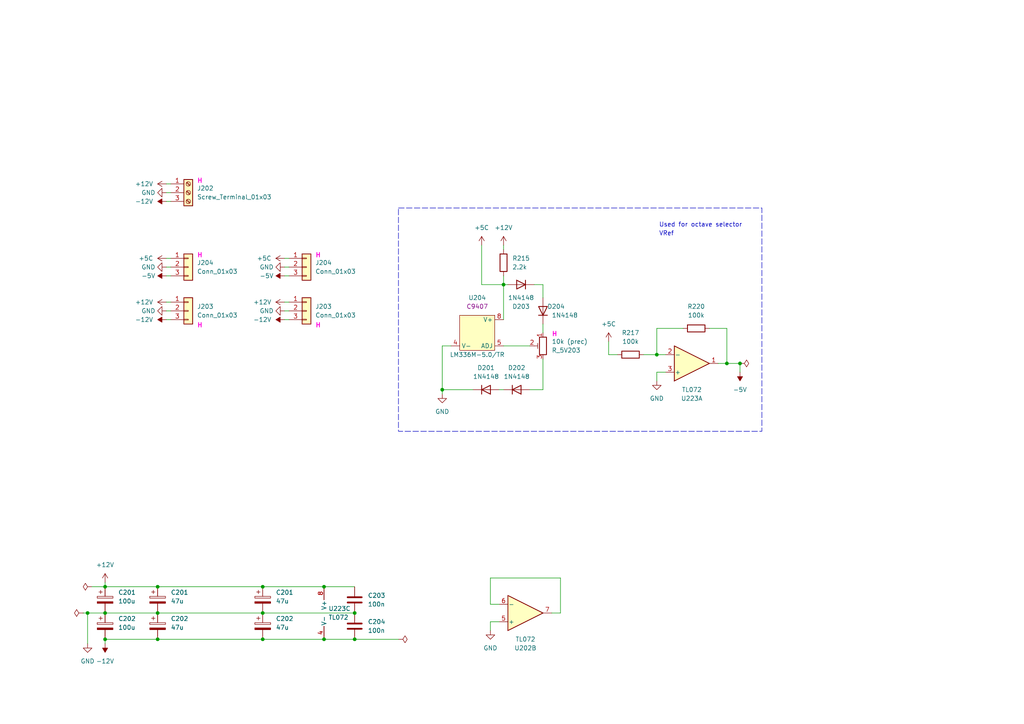
<source format=kicad_sch>
(kicad_sch (version 20231120) (generator "eeschema") (generator_version "8.0")
  (paper "A4")
  (title_block (title "Power"))
  (lib_symbols
    (symbol "Amplifier_Operational:TL072" (pin_names (offset 0.127))
      (property "Reference" "U" (at 0 5.08 0))
      (property "Value" "TL072" (at 0 -5.08 0))
      (symbol "TL072_1_1"
        (polyline (pts (xy -5.08 5.08) (xy 5.08 0) (xy -5.08 -5.08) (xy -5.08 5.08)) (stroke (width 0.254)) (fill (type background)))
        (pin output line (at 7.62 0 180) (length 2.54) (name "~") (number "1"))
        (pin input line (at -7.62 -2.54 0) (length 2.54) (name "-") (number "2"))
        (pin input line (at -7.62 2.54 0) (length 2.54) (name "+") (number "3"))
      )
      (symbol "TL072_2_1"
        (polyline (pts (xy -5.08 5.08) (xy 5.08 0) (xy -5.08 -5.08) (xy -5.08 5.08)) (stroke (width 0.254)) (fill (type background)))
        (pin input line (at -7.62 2.54 0) (length 2.54) (name "+") (number "5"))
        (pin input line (at -7.62 -2.54 0) (length 2.54) (name "-") (number "6"))
        (pin output line (at 7.62 0 180) (length 2.54) (name "~") (number "7"))
      )
      (symbol "TL072_3_1"
        (pin power_in line (at -2.54 -7.62 90) (length 3.81) (name "V-") (number "4"))
        (pin power_in line (at -2.54 7.62 270) (length 3.81) (name "V+") (number "8"))
      )
    )
    (symbol "Connector:Screw_Terminal_01x03" (pin_names (offset 1.016) hide)
      (property "Reference" "J" (at 0 5.08 0))
      (property "Value" "Screw_Terminal_01x03" (at 0 -5.08 0))
      (symbol "Screw_Terminal_01x03_1_1"
        (rectangle (start -1.27 3.81) (end 1.27 -3.81) (stroke (width 0.254)) (fill (type background)))
        (circle (center 0 -2.54) (radius 0.635) (stroke (width 0.1524)))
        (polyline (pts (xy -0.5334 -2.2098) (xy 0.3302 -3.048)) (stroke (width 0.1524)))
        (polyline (pts (xy -0.5334 0.3302) (xy 0.3302 -0.508)) (stroke (width 0.1524)))
        (polyline (pts (xy -0.5334 2.8702) (xy 0.3302 2.032)) (stroke (width 0.1524)))
        (polyline (pts (xy -0.3556 -2.032) (xy 0.508 -2.8702)) (stroke (width 0.1524)))
        (polyline (pts (xy -0.3556 0.508) (xy 0.508 -0.3302)) (stroke (width 0.1524)))
        (polyline (pts (xy -0.3556 3.048) (xy 0.508 2.2098)) (stroke (width 0.1524)))
        (circle (center 0 0) (radius 0.635) (stroke (width 0.1524)))
        (circle (center 0 2.54) (radius 0.635) (stroke (width 0.1524)))
        (pin passive line (at -5.08 2.54 0) (length 3.81) (name "Pin_1") (number "1"))
        (pin passive line (at -5.08 0 0) (length 3.81) (name "Pin_2") (number "2"))
        (pin passive line (at -5.08 -2.54 0) (length 3.81) (name "Pin_3") (number "3"))
      )
    )
    (symbol "Connector_Generic:Conn_01x03" (pin_names (offset 1.016) hide)
      (property "Reference" "J" (at 0 5.08 0))
      (property "Value" "Conn_01x03" (at 0 -5.08 0))
      (symbol "Conn_01x03_1_1"
        (rectangle (start -1.27 -2.413) (end 0 -2.667) (stroke (width 0.1524)))
        (rectangle (start -1.27 0.127) (end 0 -0.127) (stroke (width 0.1524)))
        (rectangle (start -1.27 2.667) (end 0 2.413) (stroke (width 0.1524)))
        (rectangle (start -1.27 3.81) (end 1.27 -3.81) (stroke (width 0.254)) (fill (type background)))
        (pin passive line (at -5.08 2.54 0) (length 3.81) (name "Pin_1") (number "1"))
        (pin passive line (at -5.08 0 0) (length 3.81) (name "Pin_2") (number "2"))
        (pin passive line (at -5.08 -2.54 0) (length 3.81) (name "Pin_3") (number "3"))
      )
    )
    (symbol "Device:C" (pin_numbers hide) (pin_names (offset 0.254))
      (property "Reference" "C" (at 0.635 2.54 0))
      (property "Value" "C" (at 0.635 -2.54 0))
      (symbol "C_0_1"
        (polyline (pts (xy -2.032 -0.762) (xy 2.032 -0.762)) (stroke (width 0.508)))
        (polyline (pts (xy -2.032 0.762) (xy 2.032 0.762)) (stroke (width 0.508)))
      )
      (symbol "C_1_1"
        (pin passive line (at 0 3.81 270) (length 2.794) (name "~") (number "1"))
        (pin passive line (at 0 -3.81 90) (length 2.794) (name "~") (number "2"))
      )
    )
    (symbol "Device:C_Polarized" (pin_numbers hide) (pin_names (offset 0.254))
      (property "Reference" "C" (at 0.635 2.54 0))
      (property "Value" "C_Polarized" (at 0.635 -2.54 0))
      (symbol "C_Polarized_0_1"
        (rectangle (start -2.286 0.508) (end 2.286 1.016))
        (polyline (pts (xy -1.778 2.286) (xy -0.762 2.286)))
        (polyline (pts (xy -1.27 2.794) (xy -1.27 1.778)))
        (rectangle (start 2.286 -0.508) (end -2.286 -1.016) (fill (type outline)))
      )
      (symbol "C_Polarized_1_1"
        (pin passive line (at 0 3.81 270) (length 2.794) (name "~") (number "1"))
        (pin passive line (at 0 -3.81 90) (length 2.794) (name "~") (number "2"))
      )
    )
    (symbol "Device:D" (pin_numbers hide) (pin_names (offset 1.016) hide)
      (property "Reference" "D" (at 0 2.54 0))
      (property "Value" "D" (at 0 -2.54 0))
      (symbol "D_0_1"
        (polyline (pts (xy -1.27 1.27) (xy -1.27 -1.27)) (stroke (width 0.254)))
        (polyline (pts (xy 1.27 0) (xy -1.27 0)))
        (polyline (pts (xy 1.27 1.27) (xy 1.27 -1.27) (xy -1.27 0) (xy 1.27 1.27)) (stroke (width 0.254)))
      )
      (symbol "D_1_1"
        (pin passive line (at -3.81 0 0) (length 2.54) (name "K") (number "1"))
        (pin passive line (at 3.81 0 180) (length 2.54) (name "A") (number "2"))
      )
    )
    (symbol "Device:R" (pin_numbers hide) (pin_names (offset 0))
      (property "Reference" "R" (at 2.032 0 90))
      (property "Value" "R" (at 0 0 90))
      (symbol "R_0_1"
        (rectangle (start -1.016 -2.54) (end 1.016 2.54) (stroke (width 0.254)))
      )
      (symbol "R_1_1"
        (pin passive line (at 0 3.81 270) (length 1.27) (name "~") (number "1"))
        (pin passive line (at 0 -3.81 90) (length 1.27) (name "~") (number "2"))
      )
    )
    (symbol "Device:R_Potentiometer_Trim" (pin_names (offset 1.016) hide)
      (property "Reference" "RV" (at -4.445 0 90))
      (property "Value" "R_Potentiometer_Trim" (at -2.54 0 90))
      (symbol "R_Potentiometer_Trim_0_1"
        (polyline (pts (xy 1.524 0.762) (xy 1.524 -0.762)))
        (polyline (pts (xy 2.54 0) (xy 1.524 0)))
        (rectangle (start 1.016 2.54) (end -1.016 -2.54) (stroke (width 0.254)))
      )
      (symbol "R_Potentiometer_Trim_1_1"
        (pin passive line (at 0 3.81 270) (length 1.27) (name "1") (number "1"))
        (pin passive line (at 3.81 0 180) (length 1.27) (name "2") (number "2"))
        (pin passive line (at 0 -3.81 90) (length 1.27) (name "3") (number "3"))
      )
    )
    (symbol "Shmoergh-Custom-Components:LM336M-5.0/TR"
      (property "Reference" "U" (at 0 6.35 0))
      (property "Value" "LM336M-5.0/TR" (at 0 -6.35 0))
      (property "LCSC" "C910871" (at 0 0 0))
      (symbol "LM336M-5.0/TR_1_1"
        (rectangle (start -5.08 5.08) (end 5.08 -5.08) (fill (type background)))
        (pin no_connect line (at -7.62 3.81 0) (length 2.54) hide (name "NC") (number "1"))
        (pin no_connect line (at -7.62 1.27 0) (length 2.54) hide (name "NC") (number "2"))
        (pin no_connect line (at -7.62 -1.27 0) (length 2.54) hide (name "NC") (number "3"))
        (pin power_in line (at -7.62 -3.81 0) (length 2.54) (name "V-") (number "4"))
        (pin bidirectional line (at 7.62 -3.81 180) (length 2.54) (name "ADJ") (number "5"))
        (pin no_connect line (at 7.62 -1.27 180) (length 2.54) hide (name "NC") (number "6"))
        (pin no_connect line (at 7.62 1.27 180) (length 2.54) hide (name "NC") (number "7"))
        (pin power_out line (at 7.62 3.81 180) (length 2.54) (name "V+") (number "8"))
      )
    )
    (symbol "power:+12V" (power) (pin_names (offset 0))
      (property "Value" "+12V" (at 0 3.556 0))
      (symbol "+12V_0_1"
        (polyline (pts (xy -0.762 1.27) (xy 0 2.54)))
        (polyline (pts (xy 0 0) (xy 0 2.54)))
        (polyline (pts (xy 0 2.54) (xy 0.762 1.27)))
      )
      (symbol "+12V_1_1"
        (pin power_in line (at 0 0 90) (length 0) hide (name "+12V") (number "1"))
      )
    )
    (symbol "power:+5C" (power) (pin_names (offset 0))
      (property "Value" "+5C" (at 0 3.556 0))
      (symbol "+5C_0_1"
        (polyline (pts (xy -0.762 1.27) (xy 0 2.54)))
        (polyline (pts (xy 0 0) (xy 0 2.54)))
        (polyline (pts (xy 0 2.54) (xy 0.762 1.27)))
      )
      (symbol "+5C_1_1"
        (pin power_in line (at 0 0 90) (length 0) hide (name "+5C") (number "1"))
      )
    )
    (symbol "power:-12V" (power) (pin_names (offset 0))
      (property "Value" "-12V" (at 0 3.81 0))
      (symbol "-12V_0_0"
        (pin power_in line (at 0 0 90) (length 0) hide (name "-12V") (number "1"))
      )
      (symbol "-12V_0_1"
        (polyline (pts (xy 0 0) (xy 0 1.27) (xy 0.762 1.27) (xy 0 2.54) (xy -0.762 1.27) (xy 0 1.27)) (fill (type outline)))
      )
    )
    (symbol "power:-5V" (power) (pin_names (offset 0))
      (property "Value" "-5V" (at 0 3.81 0))
      (symbol "-5V_0_0"
        (pin power_in line (at 0 0 90) (length 0) hide (name "-5V") (number "1"))
      )
      (symbol "-5V_0_1"
        (polyline (pts (xy 0 0) (xy 0 1.27) (xy 0.762 1.27) (xy 0 2.54) (xy -0.762 1.27) (xy 0 1.27)) (fill (type outline)))
      )
    )
    (symbol "power:GND" (power) (pin_names (offset 0))
      (property "Value" "GND" (at 0 -3.81 0))
      (symbol "GND_0_1"
        (polyline (pts (xy 0 0) (xy 0 -1.27) (xy 1.27 -1.27) (xy 0 -2.54) (xy -1.27 -1.27) (xy 0 -1.27)))
      )
      (symbol "GND_1_1"
        (pin power_in line (at 0 0 270) (length 0) hide (name "GND") (number "1"))
      )
    )
    (symbol "power:PWR_FLAG" (power) (pin_numbers hide) (pin_names (offset 0) hide)
      (property "Value" "PWR_FLAG" (at 0 3.81 0))
      (symbol "PWR_FLAG_0_0"
        (pin power_out line (at 0 0 90) (length 0) (name "pwr") (number "1"))
      )
      (symbol "PWR_FLAG_0_1"
        (polyline (pts (xy 0 0) (xy 0 1.27) (xy -1.016 1.905) (xy 0 2.54) (xy 1.016 1.905) (xy 0 1.27)))
      )
    )
  )
  (junction (at 45.72 170.18))
  (junction (at 76.2 170.18))
  (junction (at 102.87 185.42))
  (junction (at 76.2 177.8))
  (junction (at 210.82 105.41))
  (junction (at 190.5 102.87))
  (junction (at 30.48 170.18))
  (junction (at 93.98 170.18))
  (junction (at 76.2 185.42))
  (junction (at 45.72 177.8))
  (junction (at 93.98 185.42))
  (junction (at 45.72 185.42))
  (junction (at 30.48 185.42))
  (junction (at 102.87 177.8))
  (junction (at 25.4 177.8))
  (junction (at 146.05 82.55))
  (junction (at 128.27 113.03))
  (junction (at 214.63 105.41))
  (junction (at 30.48 177.8))
  (wire (pts (xy 93.98 185.42) (xy 102.87 185.42)))
  (wire (pts (xy 82.55 87.63) (xy 83.82 87.63)))
  (wire (pts (xy 93.98 170.18) (xy 102.87 170.18)))
  (wire (pts (xy 102.87 185.42) (xy 115.57 185.42)))
  (wire (pts (xy 82.55 77.47) (xy 83.82 77.47)))
  (wire (pts (xy 45.72 177.8) (xy 76.2 177.8)))
  (wire (pts (xy 154.94 82.55) (xy 157.48 82.55)))
  (wire (pts (xy 82.55 90.17) (xy 83.82 90.17)))
  (wire (pts (xy 25.4 177.8) (xy 30.48 177.8)))
  (wire (pts (xy 30.48 185.42) (xy 30.48 186.69)))
  (wire (pts (xy 76.2 170.18) (xy 93.98 170.18)))
  (wire (pts (xy 157.48 104.14) (xy 157.48 113.03)))
  (wire (pts (xy 142.24 175.26) (xy 142.24 167.64)))
  (wire (pts (xy 139.7 82.55) (xy 146.05 82.55)))
  (wire (pts (xy 48.26 87.63) (xy 49.53 87.63)))
  (wire (pts (xy 82.55 74.93) (xy 83.82 74.93)))
  (wire (pts (xy 48.26 53.34) (xy 49.53 53.34)))
  (wire (pts (xy 186.69 102.87) (xy 190.5 102.87)))
  (wire (pts (xy 48.26 74.93) (xy 49.53 74.93)))
  (wire (pts (xy 82.55 80.01) (xy 83.82 80.01)))
  (wire (pts (xy 82.55 92.71) (xy 83.82 92.71)))
  (wire (pts (xy 48.26 90.17) (xy 49.53 90.17)))
  (wire (pts (xy 190.5 107.95) (xy 190.5 110.49)))
  (wire (pts (xy 190.5 102.87) (xy 193.04 102.87)))
  (wire (pts (xy 48.26 77.47) (xy 49.53 77.47)))
  (wire (pts (xy 130.81 100.33) (xy 128.27 100.33)))
  (wire (pts (xy 162.56 167.64) (xy 162.56 177.8)))
  (wire (pts (xy 146.05 92.71) (xy 146.05 82.55)))
  (wire (pts (xy 76.2 185.42) (xy 93.98 185.42)))
  (wire (pts (xy 49.53 58.42) (xy 48.26 58.42)))
  (wire (pts (xy 162.56 177.8) (xy 160.02 177.8)))
  (wire (pts (xy 146.05 82.55) (xy 147.32 82.55)))
  (wire (pts (xy 146.05 71.12) (xy 146.05 72.39)))
  (wire (pts (xy 176.53 99.06) (xy 176.53 102.87)))
  (wire (pts (xy 26.67 170.18) (xy 30.48 170.18)))
  (wire (pts (xy 142.24 167.64) (xy 162.56 167.64)))
  (wire (pts (xy 30.48 170.18) (xy 45.72 170.18)))
  (wire (pts (xy 210.82 105.41) (xy 208.28 105.41)))
  (wire (pts (xy 76.2 177.8) (xy 102.87 177.8)))
  (wire (pts (xy 214.63 107.95) (xy 214.63 105.41)))
  (wire (pts (xy 210.82 95.25) (xy 210.82 105.41)))
  (wire (pts (xy 198.12 95.25) (xy 190.5 95.25)))
  (wire (pts (xy 139.7 71.12) (xy 139.7 82.55)))
  (wire (pts (xy 128.27 113.03) (xy 137.16 113.03)))
  (wire (pts (xy 153.67 113.03) (xy 157.48 113.03)))
  (wire (pts (xy 190.5 95.25) (xy 190.5 102.87)))
  (wire (pts (xy 128.27 100.33) (xy 128.27 113.03)))
  (wire (pts (xy 193.04 107.95) (xy 190.5 107.95)))
  (wire (pts (xy 205.74 95.25) (xy 210.82 95.25)))
  (wire (pts (xy 144.78 113.03) (xy 146.05 113.03)))
  (wire (pts (xy 144.78 175.26) (xy 142.24 175.26)))
  (wire (pts (xy 45.72 170.18) (xy 76.2 170.18)))
  (wire (pts (xy 146.05 100.33) (xy 153.67 100.33)))
  (wire (pts (xy 142.24 182.88) (xy 142.24 180.34)))
  (wire (pts (xy 142.24 180.34) (xy 144.78 180.34)))
  (wire (pts (xy 24.13 177.8) (xy 25.4 177.8)))
  (wire (pts (xy 157.48 93.98) (xy 157.48 96.52)))
  (wire (pts (xy 30.48 177.8) (xy 45.72 177.8)))
  (wire (pts (xy 176.53 102.87) (xy 179.07 102.87)))
  (wire (pts (xy 157.48 82.55) (xy 157.48 86.36)))
  (wire (pts (xy 214.63 105.41) (xy 210.82 105.41)))
  (wire (pts (xy 48.26 80.01) (xy 49.53 80.01)))
  (wire (pts (xy 30.48 185.42) (xy 45.72 185.42)))
  (wire (pts (xy 30.48 168.91) (xy 30.48 170.18)))
  (wire (pts (xy 146.05 80.01) (xy 146.05 82.55)))
  (wire (pts (xy 48.26 92.71) (xy 49.53 92.71)))
  (wire (pts (xy 25.4 186.69) (xy 25.4 177.8)))
  (wire (pts (xy 48.26 55.88) (xy 49.53 55.88)))
  (wire (pts (xy 45.72 185.42) (xy 76.2 185.42)))
  (wire (pts (xy 128.27 113.03) (xy 128.27 114.3)))
  (rectangle (start 115.57 60.325) (end 220.98 125.095) (stroke (width 0) (type dash)))
  (text "H" (at 91.44 95.25 0) (effects (font (size 1.27 1.27) (thickness 0.254) (bold yes)) (justify left bottom)))
  (text "H" (at 160.02 97.79 0) (effects (font (size 1.27 1.27) (thickness 0.254) (bold yes)) (justify left bottom)))
  (text "H" (at 57.15 74.93 0) (effects (font (size 1.27 1.27) (thickness 0.254) (bold yes)) (justify left bottom)))
  (text "H" (at 57.15 53.34 0) (effects (font (size 1.27 1.27) (thickness 0.254) (bold yes)) (justify left bottom)))
  (text "H" (at 57.15 95.25 0) (effects (font (size 1.27 1.27) (thickness 0.254) (bold yes)) (justify left bottom)))
  (text "VRef" (at 191.135 68.58 0) (effects (font (size 1.27 1.27)) (justify left bottom)))
  (text "H" (at 91.44 74.93 0) (effects (font (size 1.27 1.27) (thickness 0.254) (bold yes)) (justify left bottom)))
  (text "Used for octave selector" (at 191.135 66.04 0) (effects (font (size 1.27 1.27)) (justify left bottom)))
  (symbol (lib_id "Device:D") (at 140.97 113.03 0) (mirror x) (unit 1)
    (property "Reference" "D201" (at 140.97 106.68 0))
    (property "Value" "1N4148" (at 140.97 109.22 0))
    (property "Footprint" "Diode_SMD:D_SOD-123" (effects (hide yes)))
    (property "Sim.Device" "D" (effects (hide yes)))
    (property "Sim.Pins" "1=K 2=A" (effects (hide yes)))
    (property "LCSC" "C81598" (effects (hide yes)))
    (instances (project "A-psu-voice-proto-4l" (path "" (reference "D201") (unit 1))) (project "core-rev-3" (path "" (reference "D201") (unit 1)) (path "" (reference "D208") (unit 1))) (project "hog-v2-voice-proto" (path "" (reference "D201") (unit 1))))
  )
  (symbol (lib_id "power:GND") (at 128.27 114.3 0) (unit 1)
    (property "Reference" "#PWR057" (effects (hide yes)))
    (property "Value" "GND" (at 128.27 119.38 0))
    (instances (project "A-psu-voice-proto-4l" (path "" (reference "#PWR057") (unit 1))) (project "core-rev-3" (path "" (reference "#PWR0217") (unit 1)) (path "" (reference "#PWR0338") (unit 1))) (project "hog-v2-voice-proto" (path "" (reference "#PWR0219") (unit 1))))
  )
  (symbol (lib_id "Connector_Generic:Conn_01x03") (at 54.61 90.17 0) (unit 1) (in_bom no)
    (property "Reference" "J203" (at 57.15 88.9 0) (effects (justify left)))
    (property "Value" "Conn_01x03" (at 57.15 91.44 0) (effects (justify left)))
    (property "Footprint" "Connector_PinHeader_2.54mm:PinHeader_1x03_P2.54mm_Vertical" (effects (hide yes)))
    (instances (project "core-rev-3" (path "" (reference "J203") (unit 1)) (path "" (reference "J206") (unit 1))))
  )
  (symbol (lib_id "Device:D") (at 151.13 82.55 0) (mirror y) (unit 1)
    (property "Reference" "D203" (at 151.13 88.9 0))
    (property "Value" "1N4148" (at 151.13 86.36 0))
    (property "Footprint" "Diode_SMD:D_SOD-123" (effects (hide yes)))
    (property "Sim.Device" "D" (effects (hide yes)))
    (property "Sim.Pins" "1=K 2=A" (effects (hide yes)))
    (property "LCSC" "C81598" (effects (hide yes)))
    (instances (project "A-psu-voice-proto-4l" (path "" (reference "D203") (unit 1))) (project "core-rev-3" (path "" (reference "D203") (unit 1)) (path "" (reference "D210") (unit 1))) (project "hog-v2-voice-proto" (path "" (reference "D203") (unit 1))))
  )
  (symbol (lib_id "Device:C_Polarized") (at 30.48 173.99 0) (unit 1)
    (property "Reference" "C201" (at 34.29 171.831 0) (effects (justify left)))
    (property "Value" "100u" (at 34.29 174.371 0) (effects (justify left)))
    (property "Footprint" "Capacitor_SMD:CP_Elec_6.3x7.7" (effects (hide yes)))
    (property "LCSC" "C134220" (effects (hide yes)))
    (instances (project "A-psu-voice-proto-4l" (path "" (reference "C201") (unit 1))) (project "core-rev-3" (path "" (reference "C201") (unit 1)) (path "" (reference "C260") (unit 1))) (project "hog-v2-voice-proto" (path "" (reference "C201") (unit 1))))
  )
  (symbol (lib_id "power:+5C") (at 176.53 99.06 0) (unit 1)
    (property "Reference" "#PWR066" (effects (hide yes)))
    (property "Value" "+5C" (at 176.53 93.98 0))
    (instances (project "A-psu-voice-proto-4l" (path "" (reference "#PWR066") (unit 1))) (project "core-rev-3" (path "" (reference "#PWR0222") (unit 1)) (path "" (reference "#PWR0342") (unit 1))))
  )
  (symbol (lib_id "power:+12V") (at 48.26 53.34 90) (unit 1)
    (property "Reference" "#PWR044" (effects (hide yes)))
    (property "Value" "+12V" (at 44.45 53.34 90) (effects (justify left)))
    (instances (project "A-psu-voice-proto-4l" (path "" (reference "#PWR044") (unit 1))) (project "core-rev-3" (path "" (reference "#PWR0206") (unit 1)) (path "" (reference "#PWR0335") (unit 1))) (project "hog-v2-voice-proto" (path "" (reference "#PWR0206") (unit 1))))
  )
  (symbol (lib_id "Amplifier_Operational:TL072") (at 96.52 177.8 0) (unit 3)
    (property "Reference" "U223" (at 95.25 176.53 0) (effects (justify left)))
    (property "Value" "TL072" (at 95.25 179.07 0) (effects (justify left)))
    (property "Footprint" "Package_SO:SOIC-8_3.9x4.9mm_P1.27mm" (effects (hide yes)))
    (property "Datasheet" "http://www.ti.com/lit/ds/symlink/tl071.pdf" (effects (hide yes)))
    (property "LCSC" "C6961" (effects (hide yes)))
  )
  (symbol (lib_id "power:-12V") (at 48.26 92.71 90) (unit 1)
    (property "Reference" "#PWR045" (effects (hide yes)))
    (property "Value" "-12V" (at 44.45 92.71 90) (effects (justify left)))
    (instances (project "A-psu-voice-proto-4l" (path "" (reference "#PWR045") (unit 1))) (project "core-rev-3" (path "" (reference "#PWR0229") (unit 1)) (path "" (reference "#PWR0334") (unit 1))) (project "hog-v2-voice-proto" (path "" (reference "#PWR0207") (unit 1))))
  )
  (symbol (lib_id "Device:R") (at 201.93 95.25 90) (unit 1)
    (property "Reference" "R220" (at 201.93 88.9 90))
    (property "Value" "100k" (at 201.93 91.44 90))
    (property "Footprint" "Resistor_SMD:R_0603_1608Metric" (effects (hide yes)))
    (property "LCSC" "C25803" (effects (hide yes)))
    (instances (project "A-psu-voice-proto-4l" (path "" (reference "R220") (unit 1))) (project "core-rev-3" (path "" (reference "R219") (unit 1)) (path "" (reference "R301") (unit 1))) (project "hog-v2-voice-proto" (path "" (reference "R220") (unit 1))))
  )
  (symbol (lib_id "Amplifier_Operational:TL072") (at 152.4 177.8 0) (mirror x) (unit 2)
    (property "Reference" "U202" (at 152.4 187.96 0))
    (property "Value" "TL072" (at 152.4 185.42 0))
    (property "Footprint" "Package_SO:SOIC-8_3.9x4.9mm_P1.27mm" (effects (hide yes)))
    (property "Datasheet" "http://www.ti.com/lit/ds/symlink/tl071.pdf" (effects (hide yes)))
    (property "LCSC" "C6961" (effects (hide yes)))
    (instances (project "A-psu-voice-proto-4l" (path "" (reference "U202") (unit 2))) (project "core-rev-3" (path "" (reference "U202") (unit 2)) (path "" (reference "U223") (unit 2))) (project "hog-v2-voice-proto" (path "" (reference "U202") (unit 2))))
  )
  (symbol (lib_id "power:GND") (at 190.5 110.49 0) (unit 1)
    (property "Reference" "#PWR063" (effects (hide yes)))
    (property "Value" "GND" (at 190.5 115.57 0))
    (instances (project "A-psu-voice-proto-4l" (path "" (reference "#PWR063") (unit 1))) (project "core-rev-3" (path "" (reference "#PWR0225") (unit 1)) (path "" (reference "#PWR0343") (unit 1))) (project "hog-v2-voice-proto" (path "" (reference "#PWR0225") (unit 1))))
  )
  (symbol (lib_id "Device:C_Polarized") (at 76.2 173.99 0) (unit 1)
    (property "Reference" "C201" (at 80.01 171.831 0) (effects (justify left)))
    (property "Value" "47u" (at 80.01 174.371 0) (effects (justify left)))
    (property "Footprint" "Capacitor_SMD:CP_Elec_6.3x5.4" (effects (hide yes)))
    (property "LCSC" "C110229" (effects (hide yes)))
    (instances (project "A-psu-voice-proto-4l" (path "" (reference "C201") (unit 1))) (project "core-rev-3" (path "" (reference "C201") (unit 1)) (path "" (reference "C280") (unit 1))) (project "hog-v2-voice-proto" (path "" (reference "C201") (unit 1))))
  )
  (symbol (lib_id "power:GND") (at 48.26 55.88 270) (unit 1)
    (property "Reference" "#PWR043" (effects (hide yes)))
    (property "Value" "GND" (at 45.085 55.88 90) (effects (justify right)))
    (instances (project "A-psu-voice-proto-4l" (path "" (reference "#PWR043") (unit 1))) (project "core-rev-3" (path "" (reference "#PWR0205") (unit 1)) (path "" (reference "#PWR0336") (unit 1))) (project "hog-v2-voice-proto" (path "" (reference "#PWR0205") (unit 1))))
  )
  (symbol (lib_id "Device:R") (at 182.88 102.87 90) (unit 1)
    (property "Reference" "R217" (at 182.88 96.52 90))
    (property "Value" "100k" (at 182.88 99.06 90))
    (property "Footprint" "Resistor_SMD:R_0603_1608Metric" (effects (hide yes)))
    (property "LCSC" "C25803" (effects (hide yes)))
    (instances (project "A-psu-voice-proto-4l" (path "" (reference "R217") (unit 1))) (project "core-rev-3" (path "" (reference "R216") (unit 1)) (path "" (reference "R300") (unit 1))) (project "hog-v2-voice-proto" (path "" (reference "R217") (unit 1))))
  )
  (symbol (lib_id "Connector_Generic:Conn_01x03") (at 54.61 77.47 0) (unit 1) (in_bom no)
    (property "Reference" "J204" (at 57.15 76.2 0) (effects (justify left)))
    (property "Value" "Conn_01x03" (at 57.15 78.74 0) (effects (justify left)))
    (property "Footprint" "Connector_PinHeader_2.54mm:PinHeader_1x03_P2.54mm_Vertical" (effects (hide yes)))
    (instances (project "core-rev-3" (path "" (reference "J204") (unit 1)) (path "" (reference "J205") (unit 1))))
  )
  (symbol (lib_id "power:+12V") (at 146.05 71.12 0) (unit 1)
    (property "Reference" "#PWR060" (effects (hide yes)))
    (property "Value" "+12V" (at 146.05 66.04 0))
    (instances (project "A-psu-voice-proto-4l" (path "" (reference "#PWR060") (unit 1))) (project "core-rev-3" (path "" (reference "#PWR0220") (unit 1)) (path "" (reference "#PWR0341") (unit 1))) (project "hog-v2-voice-proto" (path "" (reference "#PWR0222") (unit 1))))
  )
  (symbol (lib_id "Device:C_Polarized") (at 45.72 181.61 0) (unit 1)
    (property "Reference" "C202" (at 49.53 179.451 0) (effects (justify left)))
    (property "Value" "47u" (at 49.53 181.991 0) (effects (justify left)))
    (property "Footprint" "Capacitor_SMD:CP_Elec_6.3x5.4" (effects (hide yes)))
    (property "LCSC" "C110229" (effects (hide yes)))
    (instances (project "A-psu-voice-proto-4l" (path "" (reference "C202") (unit 1))) (project "core-rev-3" (path "" (reference "C202") (unit 1)) (path "" (reference "C256") (unit 1))) (project "hog-v2-voice-proto" (path "" (reference "C202") (unit 1))))
  )
  (symbol (lib_id "power:GND") (at 142.24 182.88 0) (unit 1)
    (property "Reference" "#PWR0340" (effects (hide yes)))
    (property "Value" "GND" (at 142.24 187.96 0))
  )
  (symbol (lib_id "power:PWR_FLAG") (at 26.67 170.18 90) (unit 1)
    (property "Reference" "#FLG07" (effects (hide yes)))
    (property "Value" "PWR_FLAG" (effects (hide yes)))
    (instances (project "A-psu-voice-proto-4l" (path "" (reference "#FLG07") (unit 1))) (project "core-rev-3" (path "" (reference "#FLG0202") (unit 1)) (path "" (reference "#FLG0202") (unit 1))) (project "hog-v2-voice-proto" (path "" (reference "#FLG0202") (unit 1))))
  )
  (symbol (lib_id "Connector_Generic:Conn_01x03") (at 88.9 77.47 0) (unit 1) (in_bom no)
    (property "Reference" "J204" (at 91.44 76.2 0) (effects (justify left)))
    (property "Value" "Conn_01x03" (at 91.44 78.74 0) (effects (justify left)))
    (property "Footprint" "Connector_PinHeader_2.54mm:PinHeader_1x03_P2.54mm_Vertical" (effects (hide yes)))
    (instances (project "core-rev-3" (path "" (reference "J204") (unit 1)) (path "" (reference "J208") (unit 1))))
  )
  (symbol (lib_id "power:GND") (at 25.4 186.69 0) (unit 1)
    (property "Reference" "#PWR039" (effects (hide yes)))
    (property "Value" "GND" (at 25.4 191.77 0))
    (instances (project "A-psu-voice-proto-4l" (path "" (reference "#PWR039") (unit 1))) (project "core-rev-3" (path "" (reference "#PWR0201") (unit 1)) (path "" (reference "#PWR0326") (unit 1))) (project "hog-v2-voice-proto" (path "" (reference "#PWR0201") (unit 1))))
  )
  (symbol (lib_id "Shmoergh-Custom-Components:LM336M-5.0/TR") (at 138.43 96.52 0) (unit 1)
    (property "Reference" "U204" (at 138.43 86.36 0))
    (property "Value" "LM336M-5.0/TR" (at 138.43 102.87 0))
    (property "Footprint" "Package_SO:SOIC-8_3.9x4.9mm_P1.27mm" (effects (hide yes)))
    (property "Datasheet" "https://datasheet.lcsc.com/lcsc/2201242100_HGSEMI-LM336M-5-0-TR_C910871.pdf" (effects (hide yes)))
    (property "LCSC" "C9407" (at 138.43 88.9 0))
    (instances (project "A-psu-voice-proto-4l" (path "" (reference "U204") (unit 1))) (project "core-rev-3" (path "" (reference "U203") (unit 1)) (path "" (reference "U224") (unit 1))) (project "hog-v2-voice-proto" (path "" (reference "U204") (unit 1))))
  )
  (symbol (lib_id "power:+12V") (at 82.55 87.63 90) (unit 1)
    (property "Reference" "#PWR044" (effects (hide yes)))
    (property "Value" "+12V" (at 78.74 87.63 90) (effects (justify left)))
    (instances (project "A-psu-voice-proto-4l" (path "" (reference "#PWR044") (unit 1))) (project "core-rev-3" (path "" (reference "#PWR0228") (unit 1)) (path "" (reference "#PWR0365") (unit 1))) (project "hog-v2-voice-proto" (path "" (reference "#PWR0206") (unit 1))))
  )
  (symbol (lib_id "Device:C_Polarized") (at 30.48 181.61 0) (unit 1)
    (property "Reference" "C202" (at 34.29 179.451 0) (effects (justify left)))
    (property "Value" "100u" (at 34.29 181.991 0) (effects (justify left)))
    (property "Footprint" "Capacitor_SMD:CP_Elec_6.3x7.7" (effects (hide yes)))
    (property "LCSC" "C134220" (effects (hide yes)))
    (instances (project "A-psu-voice-proto-4l" (path "" (reference "C202") (unit 1))) (project "core-rev-3" (path "" (reference "C202") (unit 1)) (path "" (reference "C261") (unit 1))) (project "hog-v2-voice-proto" (path "" (reference "C202") (unit 1))))
  )
  (symbol (lib_id "power:GND") (at 82.55 77.47 270) (unit 1)
    (property "Reference" "#PWR047" (effects (hide yes)))
    (property "Value" "GND" (at 79.375 77.47 90) (effects (justify right)))
    (instances (project "A-psu-voice-proto-4l" (path "" (reference "#PWR047") (unit 1))) (project "core-rev-3" (path "" (reference "#PWR0209") (unit 1)) (path "" (reference "#PWR0363") (unit 1))) (project "hog-v2-voice-proto" (path "" (reference "#PWR0209") (unit 1))))
  )
  (symbol (lib_id "power:PWR_FLAG") (at 24.13 177.8 90) (unit 1)
    (property "Reference" "#FLG06" (effects (hide yes)))
    (property "Value" "PWR_FLAG" (effects (hide yes)))
    (instances (project "A-psu-voice-proto-4l" (path "" (reference "#FLG06") (unit 1))) (project "core-rev-3" (path "" (reference "#FLG0201") (unit 1)) (path "" (reference "#FLG0201") (unit 1))) (project "hog-v2-voice-proto" (path "" (reference "#FLG0201") (unit 1))))
  )
  (symbol (lib_id "Device:R") (at 146.05 76.2 0) (unit 1)
    (property "Reference" "R215" (at 148.59 74.93 0) (effects (justify left)))
    (property "Value" "2.2k" (at 148.59 77.47 0) (effects (justify left)))
    (property "Footprint" "Resistor_SMD:R_0603_1608Metric_Pad0.98x0.95mm_HandSolder" (effects (hide yes)))
    (property "LCSC" "C4190" (effects (hide yes)))
    (instances (project "A-psu-voice-proto-4l" (path "" (reference "R215") (unit 1))) (project "core-rev-3" (path "" (reference "R214") (unit 1)) (path "" (reference "R299") (unit 1))) (project "hog-v2-voice-proto" (path "" (reference "R215") (unit 1))))
  )
  (symbol (lib_id "Device:C") (at 102.87 181.61 0) (unit 1)
    (property "Reference" "C204" (at 106.68 180.34 0) (effects (justify left)))
    (property "Value" "100n" (at 106.68 182.88 0) (effects (justify left)))
    (property "Footprint" "Capacitor_SMD:C_0603_1608Metric" (effects (hide yes)))
    (property "LCSC" "C14663" (effects (hide yes)))
    (instances (project "A-psu-voice-proto-4l" (path "" (reference "C204") (unit 1))) (project "core-rev-3" (path "" (reference "C204") (unit 1)) (path "" (reference "C263") (unit 1))) (project "hog-v2-voice-proto" (path "" (reference "C204") (unit 1))))
  )
  (symbol (lib_id "Device:D") (at 149.86 113.03 0) (mirror x) (unit 1)
    (property "Reference" "D202" (at 149.86 106.68 0))
    (property "Value" "1N4148" (at 149.86 109.22 0))
    (property "Footprint" "Diode_SMD:D_SOD-123" (effects (hide yes)))
    (property "Sim.Device" "D" (effects (hide yes)))
    (property "Sim.Pins" "1=K 2=A" (effects (hide yes)))
    (property "LCSC" "C81598" (effects (hide yes)))
    (instances (project "A-psu-voice-proto-4l" (path "" (reference "D202") (unit 1))) (project "core-rev-3" (path "" (reference "D202") (unit 1)) (path "" (reference "D209") (unit 1))) (project "hog-v2-voice-proto" (path "" (reference "D202") (unit 1))))
  )
  (symbol (lib_id "Connector:Screw_Terminal_01x03") (at 54.61 55.88 0) (unit 1) (in_bom no)
    (property "Reference" "J202" (at 57.15 54.61 0) (effects (justify left)))
    (property "Value" "Screw_Terminal_01x03" (at 57.15 57.15 0) (effects (justify left)))
    (property "Footprint" "TerminalBlock_Phoenix:TerminalBlock_Phoenix_MKDS-1,5-3_1x03_P5.00mm_Horizontal" (effects (hide yes)))
    (instances (project "A-psu-voice-proto-4l" (path "" (reference "J202") (unit 1))) (project "core-rev-3" (path "" (reference "J202") (unit 1)) (path "" (reference "J207") (unit 1))) (project "hog-v2-voice-proto" (path "" (reference "J202") (unit 1))))
  )
  (symbol (lib_id "Device:R_Potentiometer_Trim") (at 157.48 100.33 0) (mirror y) (unit 1) (in_bom no)
    (property "Reference" "R_5V203" (at 160.02 101.6 0) (effects (justify right)))
    (property "Value" "10k (prec)" (at 160.02 99.06 0) (effects (justify right)))
    (property "Footprint" "Potentiometer_THT:Potentiometer_Bourns_3006P_Horizontal" (effects (hide yes)))
    (property "Arwill" "https://arwill.hu/termekek/passziv-alkatreszek/trimmer-potmeterek/7401/10k-helitrimmer-potmeter-216332/" (effects (hide yes)))
    (instances (project "A-psu-voice-proto-4l" (path "" (reference "R_5V203") (unit 1))) (project "core-rev-3" (path "" (reference "R_5V201") (unit 1)) (path "" (reference "R_5V201") (unit 1))) (project "hog-v2-voice-proto" (path "" (reference "R_5V203") (unit 1))))
  )
  (symbol (lib_id "Device:C") (at 102.87 173.99 0) (unit 1)
    (property "Reference" "C203" (at 106.68 172.72 0) (effects (justify left)))
    (property "Value" "100n" (at 106.68 175.26 0) (effects (justify left)))
    (property "Footprint" "Capacitor_SMD:C_0603_1608Metric" (effects (hide yes)))
    (property "LCSC" "C14663" (effects (hide yes)))
    (instances (project "A-psu-voice-proto-4l" (path "" (reference "C203") (unit 1))) (project "core-rev-3" (path "" (reference "C203") (unit 1)) (path "" (reference "C262") (unit 1))) (project "hog-v2-voice-proto" (path "" (reference "C203") (unit 1))))
  )
  (symbol (lib_id "power:+12V") (at 30.48 168.91 0) (unit 1)
    (property "Reference" "#PWR040" (effects (hide yes)))
    (property "Value" "+12V" (at 30.48 163.83 0))
    (instances (project "A-psu-voice-proto-4l" (path "" (reference "#PWR040") (unit 1))) (project "core-rev-3" (path "" (reference "#PWR0202") (unit 1)) (path "" (reference "#PWR0327") (unit 1))) (project "hog-v2-voice-proto" (path "" (reference "#PWR0202") (unit 1))))
  )
  (symbol (lib_id "power:-5V") (at 82.55 80.01 90) (unit 1)
    (property "Reference" "#PWR042" (effects (hide yes)))
    (property "Value" "-5V" (at 79.375 80.01 90) (effects (justify left)))
    (instances (project "A-psu-voice-proto-4l" (path "" (reference "#PWR042") (unit 1))) (project "core-rev-3" (path "" (reference "#PWR0204") (unit 1)) (path "" (reference "#PWR0364") (unit 1))) (project "hog-v2-voice-proto" (path "" (reference "#PWR0204") (unit 1))))
  )
  (symbol (lib_id "power:+5C") (at 82.55 74.93 90) (unit 1)
    (property "Reference" "#PWR046" (effects (hide yes)))
    (property "Value" "+5C" (at 78.74 74.93 90) (effects (justify left)))
    (instances (project "A-psu-voice-proto-4l" (path "" (reference "#PWR046") (unit 1))) (project "core-rev-3" (path "" (reference "#PWR0208") (unit 1)) (path "" (reference "#PWR0362") (unit 1))))
  )
  (symbol (lib_id "power:-5V") (at 48.26 80.01 90) (unit 1)
    (property "Reference" "#PWR042" (effects (hide yes)))
    (property "Value" "-5V" (at 45.085 80.01 90) (effects (justify left)))
    (instances (project "A-psu-voice-proto-4l" (path "" (reference "#PWR042") (unit 1))) (project "core-rev-3" (path "" (reference "#PWR0204") (unit 1)) (path "" (reference "#PWR0331") (unit 1))) (project "hog-v2-voice-proto" (path "" (reference "#PWR0204") (unit 1))))
  )
  (symbol (lib_id "power:GND") (at 82.55 90.17 270) (unit 1)
    (property "Reference" "#PWR043" (effects (hide yes)))
    (property "Value" "GND" (at 79.375 90.17 90) (effects (justify right)))
    (instances (project "A-psu-voice-proto-4l" (path "" (reference "#PWR043") (unit 1))) (project "core-rev-3" (path "" (reference "#PWR0230") (unit 1)) (path "" (reference "#PWR0366") (unit 1))) (project "hog-v2-voice-proto" (path "" (reference "#PWR0205") (unit 1))))
  )
  (symbol (lib_id "power:-5V") (at 214.63 107.95 180) (unit 1)
    (property "Reference" "#PWR065" (effects (hide yes)))
    (property "Value" "-5V" (at 214.63 113.03 0))
    (instances (project "A-psu-voice-proto-4l" (path "" (reference "#PWR065") (unit 1))) (project "core-rev-3" (path "" (reference "#PWR0227") (unit 1)) (path "" (reference "#PWR0344") (unit 1))) (project "hog-v2-voice-proto" (path "" (reference "#PWR0227") (unit 1))))
  )
  (symbol (lib_id "Connector_Generic:Conn_01x03") (at 88.9 90.17 0) (unit 1) (in_bom no)
    (property "Reference" "J203" (at 91.44 88.9 0) (effects (justify left)))
    (property "Value" "Conn_01x03" (at 91.44 91.44 0) (effects (justify left)))
    (property "Footprint" "Connector_PinHeader_2.54mm:PinHeader_1x03_P2.54mm_Vertical" (effects (hide yes)))
    (instances (project "core-rev-3" (path "" (reference "J203") (unit 1)) (path "" (reference "J209") (unit 1))))
  )
  (symbol (lib_id "power:-12V") (at 82.55 92.71 90) (unit 1)
    (property "Reference" "#PWR045" (effects (hide yes)))
    (property "Value" "-12V" (at 78.74 92.71 90) (effects (justify left)))
    (instances (project "A-psu-voice-proto-4l" (path "" (reference "#PWR045") (unit 1))) (project "core-rev-3" (path "" (reference "#PWR0229") (unit 1)) (path "" (reference "#PWR0367") (unit 1))) (project "hog-v2-voice-proto" (path "" (reference "#PWR0207") (unit 1))))
  )
  (symbol (lib_id "power:-12V") (at 30.48 186.69 180) (unit 1)
    (property "Reference" "#PWR041" (effects (hide yes)))
    (property "Value" "-12V" (at 30.48 191.77 0))
    (instances (project "A-psu-voice-proto-4l" (path "" (reference "#PWR041") (unit 1))) (project "core-rev-3" (path "" (reference "#PWR0203") (unit 1)) (path "" (reference "#PWR0328") (unit 1))) (project "hog-v2-voice-proto" (path "" (reference "#PWR0203") (unit 1))))
  )
  (symbol (lib_id "Device:C_Polarized") (at 45.72 173.99 0) (unit 1)
    (property "Reference" "C201" (at 49.53 171.831 0) (effects (justify left)))
    (property "Value" "47u" (at 49.53 174.371 0) (effects (justify left)))
    (property "Footprint" "Capacitor_SMD:CP_Elec_6.3x5.4" (effects (hide yes)))
    (property "LCSC" "C110229" (effects (hide yes)))
    (instances (project "A-psu-voice-proto-4l" (path "" (reference "C201") (unit 1))) (project "core-rev-3" (path "" (reference "C201") (unit 1)) (path "" (reference "C252") (unit 1))) (project "hog-v2-voice-proto" (path "" (reference "C201") (unit 1))))
  )
  (symbol (lib_id "power:GND") (at 48.26 90.17 270) (unit 1)
    (property "Reference" "#PWR043" (effects (hide yes)))
    (property "Value" "GND" (at 45.085 90.17 90) (effects (justify right)))
    (instances (project "A-psu-voice-proto-4l" (path "" (reference "#PWR043") (unit 1))) (project "core-rev-3" (path "" (reference "#PWR0230") (unit 1)) (path "" (reference "#PWR0333") (unit 1))) (project "hog-v2-voice-proto" (path "" (reference "#PWR0205") (unit 1))))
  )
  (symbol (lib_id "power:+12V") (at 48.26 87.63 90) (unit 1)
    (property "Reference" "#PWR044" (effects (hide yes)))
    (property "Value" "+12V" (at 44.45 87.63 90) (effects (justify left)))
    (instances (project "A-psu-voice-proto-4l" (path "" (reference "#PWR044") (unit 1))) (project "core-rev-3" (path "" (reference "#PWR0228") (unit 1)) (path "" (reference "#PWR0332") (unit 1))) (project "hog-v2-voice-proto" (path "" (reference "#PWR0206") (unit 1))))
  )
  (symbol (lib_id "power:+5C") (at 48.26 74.93 90) (unit 1)
    (property "Reference" "#PWR046" (effects (hide yes)))
    (property "Value" "+5C" (at 44.45 74.93 90) (effects (justify left)))
    (instances (project "A-psu-voice-proto-4l" (path "" (reference "#PWR046") (unit 1))) (project "core-rev-3" (path "" (reference "#PWR0208") (unit 1)) (path "" (reference "#PWR0329") (unit 1))))
  )
  (symbol (lib_id "power:PWR_FLAG") (at 214.63 105.41 270) (unit 1)
    (property "Reference" "#FLG08" (effects (hide yes)))
    (property "Value" "PWR_FLAG" (effects (hide yes)))
    (instances (project "A-psu-voice-proto-4l" (path "" (reference "#FLG08") (unit 1))) (project "core-rev-3" (path "" (reference "#FLG0203") (unit 1)) (path "" (reference "#FLG0204") (unit 1))) (project "hog-v2-voice-proto" (path "" (reference "#FLG0203") (unit 1))))
  )
  (symbol (lib_id "Device:C_Polarized") (at 76.2 181.61 0) (unit 1)
    (property "Reference" "C202" (at 80.01 179.451 0) (effects (justify left)))
    (property "Value" "47u" (at 80.01 181.991 0) (effects (justify left)))
    (property "Footprint" "Capacitor_SMD:CP_Elec_6.3x5.4" (effects (hide yes)))
    (property "LCSC" "C110229" (effects (hide yes)))
    (instances (project "A-psu-voice-proto-4l" (path "" (reference "C202") (unit 1))) (project "core-rev-3" (path "" (reference "C202") (unit 1)) (path "" (reference "C281") (unit 1))) (project "hog-v2-voice-proto" (path "" (reference "C202") (unit 1))))
  )
  (symbol (lib_id "power:GND") (at 48.26 77.47 270) (unit 1)
    (property "Reference" "#PWR047" (effects (hide yes)))
    (property "Value" "GND" (at 45.085 77.47 90) (effects (justify right)))
    (instances (project "A-psu-voice-proto-4l" (path "" (reference "#PWR047") (unit 1))) (project "core-rev-3" (path "" (reference "#PWR0209") (unit 1)) (path "" (reference "#PWR0330") (unit 1))) (project "hog-v2-voice-proto" (path "" (reference "#PWR0209") (unit 1))))
  )
  (symbol (lib_id "power:-12V") (at 48.26 58.42 90) (unit 1)
    (property "Reference" "#PWR045" (effects (hide yes)))
    (property "Value" "-12V" (at 44.45 58.42 90) (effects (justify left)))
    (instances (project "A-psu-voice-proto-4l" (path "" (reference "#PWR045") (unit 1))) (project "core-rev-3" (path "" (reference "#PWR0207") (unit 1)) (path "" (reference "#PWR0337") (unit 1))) (project "hog-v2-voice-proto" (path "" (reference "#PWR0207") (unit 1))))
  )
  (symbol (lib_id "power:PWR_FLAG") (at 115.57 185.42 270) (unit 1)
    (property "Reference" "#FLG08" (effects (hide yes)))
    (property "Value" "PWR_FLAG" (effects (hide yes)))
    (instances (project "A-psu-voice-proto-4l" (path "" (reference "#FLG08") (unit 1))) (project "core-rev-3" (path "" (reference "#FLG0203") (unit 1)) (path "" (reference "#FLG0203") (unit 1))) (project "hog-v2-voice-proto" (path "" (reference "#FLG0203") (unit 1))))
  )
  (symbol (lib_id "Device:D") (at 157.48 90.17 270) (mirror x) (unit 1)
    (property "Reference" "D204" (at 161.29 88.9 90))
    (property "Value" "1N4148" (at 163.83 91.44 90))
    (property "Footprint" "Diode_SMD:D_SOD-123" (effects (hide yes)))
    (property "Sim.Device" "D" (effects (hide yes)))
    (property "Sim.Pins" "1=K 2=A" (effects (hide yes)))
    (property "LCSC" "C81598" (effects (hide yes)))
    (instances (project "A-psu-voice-proto-4l" (path "" (reference "D204") (unit 1))) (project "core-rev-3" (path "" (reference "D204") (unit 1)) (path "" (reference "D211") (unit 1))) (project "hog-v2-voice-proto" (path "" (reference "D204") (unit 1))))
  )
  (symbol (lib_id "Amplifier_Operational:TL072") (at 200.66 105.41 0) (mirror x) (unit 1)
    (property "Reference" "U223" (at 200.66 115.57 0))
    (property "Value" "TL072" (at 200.66 113.03 0))
    (property "Footprint" "Package_SO:SOIC-8_3.9x4.9mm_P1.27mm" (effects (hide yes)))
    (property "Datasheet" "http://www.ti.com/lit/ds/symlink/tl071.pdf" (effects (hide yes)))
    (property "LCSC" "C6961" (effects (hide yes)))
  )
  (symbol (lib_id "power:+5C") (at 139.7 71.12 0) (unit 1)
    (property "Reference" "#PWR059" (effects (hide yes)))
    (property "Value" "+5C" (at 139.7 66.04 0))
    (instances (project "A-psu-voice-proto-4l" (path "" (reference "#PWR059") (unit 1))) (project "core-rev-3" (path "" (reference "#PWR0219") (unit 1)) (path "" (reference "#PWR0339") (unit 1))))
  )
)
</source>
